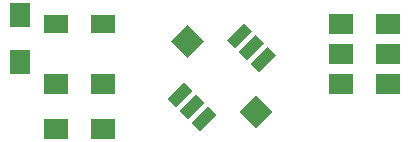
<source format=gbr>
G04 #@! TF.FileFunction,Paste,Top*
%FSLAX46Y46*%
G04 Gerber Fmt 4.6, Leading zero omitted, Abs format (unit mm)*
G04 Created by KiCad (PCBNEW 4.0.7) date 08/30/18 10:37:52*
%MOMM*%
%LPD*%
G01*
G04 APERTURE LIST*
%ADD10C,0.100000*%
%ADD11R,2.000000X1.600000*%
%ADD12R,2.000000X1.700000*%
%ADD13R,1.700000X2.000000*%
G04 APERTURE END LIST*
D10*
D11*
X109760000Y-83820000D03*
X113760000Y-83820000D03*
D12*
X109760000Y-88900000D03*
X113760000Y-88900000D03*
X133890000Y-83820000D03*
X137890000Y-83820000D03*
X113760000Y-92710000D03*
X109760000Y-92710000D03*
X133890000Y-86360000D03*
X137890000Y-86360000D03*
X133890000Y-88900000D03*
X137890000Y-88900000D03*
D13*
X106680000Y-87090000D03*
X106680000Y-83090000D03*
D10*
G36*
X126930688Y-87914035D02*
X126223581Y-87206928D01*
X127637794Y-85792715D01*
X128344901Y-86499822D01*
X126930688Y-87914035D01*
X126930688Y-87914035D01*
G37*
G36*
X125923060Y-86906408D02*
X125215953Y-86199301D01*
X126630166Y-84785088D01*
X127337273Y-85492195D01*
X125923060Y-86906408D01*
X125923060Y-86906408D01*
G37*
G36*
X124915433Y-85898780D02*
X124208326Y-85191673D01*
X125622539Y-83777460D01*
X126329646Y-84484567D01*
X124915433Y-85898780D01*
X124915433Y-85898780D01*
G37*
G36*
X119894975Y-90919239D02*
X119187868Y-90212132D01*
X120602081Y-88797919D01*
X121309188Y-89505026D01*
X119894975Y-90919239D01*
X119894975Y-90919239D01*
G37*
G36*
X121910229Y-92934493D02*
X121203122Y-92227386D01*
X122617335Y-90813173D01*
X123324442Y-91520280D01*
X121910229Y-92934493D01*
X121910229Y-92934493D01*
G37*
G36*
X120902602Y-91926866D02*
X120195495Y-91219759D01*
X121609708Y-89805546D01*
X122316815Y-90512653D01*
X120902602Y-91926866D01*
X120902602Y-91926866D01*
G37*
G36*
X126683200Y-92687006D02*
X125268986Y-91272792D01*
X126683200Y-89858578D01*
X128097414Y-91272792D01*
X126683200Y-92687006D01*
X126683200Y-92687006D01*
G37*
G36*
X120884924Y-86747309D02*
X119470710Y-85333095D01*
X120884924Y-83918881D01*
X122299138Y-85333095D01*
X120884924Y-86747309D01*
X120884924Y-86747309D01*
G37*
M02*

</source>
